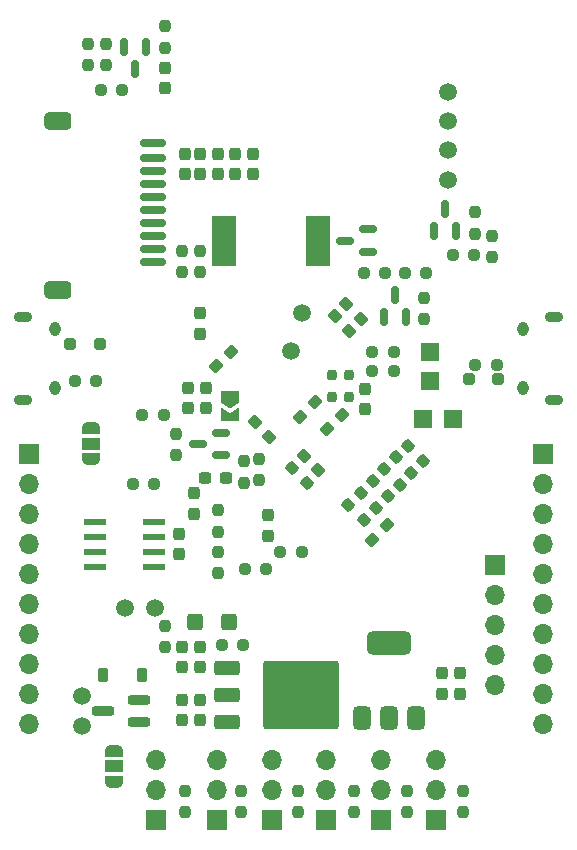
<source format=gbr>
%TF.GenerationSoftware,KiCad,Pcbnew,8.0.2*%
%TF.CreationDate,2024-08-20T16:45:35-03:00*%
%TF.ProjectId,dough,646f7567-682e-46b6-9963-61645f706362,rev?*%
%TF.SameCoordinates,Original*%
%TF.FileFunction,Soldermask,Bot*%
%TF.FilePolarity,Negative*%
%FSLAX46Y46*%
G04 Gerber Fmt 4.6, Leading zero omitted, Abs format (unit mm)*
G04 Created by KiCad (PCBNEW 8.0.2) date 2024-08-20 16:45:35*
%MOMM*%
%LPD*%
G01*
G04 APERTURE LIST*
G04 Aperture macros list*
%AMRoundRect*
0 Rectangle with rounded corners*
0 $1 Rounding radius*
0 $2 $3 $4 $5 $6 $7 $8 $9 X,Y pos of 4 corners*
0 Add a 4 corners polygon primitive as box body*
4,1,4,$2,$3,$4,$5,$6,$7,$8,$9,$2,$3,0*
0 Add four circle primitives for the rounded corners*
1,1,$1+$1,$2,$3*
1,1,$1+$1,$4,$5*
1,1,$1+$1,$6,$7*
1,1,$1+$1,$8,$9*
0 Add four rect primitives between the rounded corners*
20,1,$1+$1,$2,$3,$4,$5,0*
20,1,$1+$1,$4,$5,$6,$7,0*
20,1,$1+$1,$6,$7,$8,$9,0*
20,1,$1+$1,$8,$9,$2,$3,0*%
%AMFreePoly0*
4,1,19,0.550000,-0.750000,0.000000,-0.750000,0.000000,-0.744911,-0.071157,-0.744911,-0.207708,-0.704816,-0.327430,-0.627875,-0.420627,-0.520320,-0.479746,-0.390866,-0.500000,-0.250000,-0.500000,0.250000,-0.479746,0.390866,-0.420627,0.520320,-0.327430,0.627875,-0.207708,0.704816,-0.071157,0.744911,0.000000,0.744911,0.000000,0.750000,0.550000,0.750000,0.550000,-0.750000,0.550000,-0.750000,
$1*%
%AMFreePoly1*
4,1,19,0.000000,0.744911,0.071157,0.744911,0.207708,0.704816,0.327430,0.627875,0.420627,0.520320,0.479746,0.390866,0.500000,0.250000,0.500000,-0.250000,0.479746,-0.390866,0.420627,-0.520320,0.327430,-0.627875,0.207708,-0.704816,0.071157,-0.744911,0.000000,-0.744911,0.000000,-0.750000,-0.550000,-0.750000,-0.550000,0.750000,0.000000,0.750000,0.000000,0.744911,0.000000,0.744911,
$1*%
%AMFreePoly2*
4,1,6,1.000000,0.000000,0.500000,-0.750000,-0.500000,-0.750000,-0.500000,0.750000,0.500000,0.750000,1.000000,0.000000,1.000000,0.000000,$1*%
%AMFreePoly3*
4,1,6,0.500000,-0.750000,-0.650000,-0.750000,-0.150000,0.000000,-0.650000,0.750000,0.500000,0.750000,0.500000,-0.750000,0.500000,-0.750000,$1*%
G04 Aperture macros list end*
%ADD10R,1.981200X0.558800*%
%ADD11C,1.500000*%
%ADD12R,1.700000X1.700000*%
%ADD13O,1.700000X1.700000*%
%ADD14C,1.498600*%
%ADD15O,1.550000X0.890000*%
%ADD16O,0.950000X1.250000*%
%ADD17RoundRect,0.237500X0.237500X-0.300000X0.237500X0.300000X-0.237500X0.300000X-0.237500X-0.300000X0*%
%ADD18RoundRect,0.237500X-0.237500X0.300000X-0.237500X-0.300000X0.237500X-0.300000X0.237500X0.300000X0*%
%ADD19RoundRect,0.237500X-0.237500X0.250000X-0.237500X-0.250000X0.237500X-0.250000X0.237500X0.250000X0*%
%ADD20RoundRect,0.250000X0.400000X0.450000X-0.400000X0.450000X-0.400000X-0.450000X0.400000X-0.450000X0*%
%ADD21RoundRect,0.237500X-0.250000X-0.237500X0.250000X-0.237500X0.250000X0.237500X-0.250000X0.237500X0*%
%ADD22FreePoly0,90.000000*%
%ADD23R,1.500000X1.000000*%
%ADD24FreePoly1,90.000000*%
%ADD25RoundRect,0.200000X0.750000X0.200000X-0.750000X0.200000X-0.750000X-0.200000X0.750000X-0.200000X0*%
%ADD26R,1.500000X1.500000*%
%ADD27RoundRect,0.237500X0.250000X0.237500X-0.250000X0.237500X-0.250000X-0.237500X0.250000X-0.237500X0*%
%ADD28RoundRect,0.150000X0.587500X0.150000X-0.587500X0.150000X-0.587500X-0.150000X0.587500X-0.150000X0*%
%ADD29RoundRect,0.237500X0.237500X-0.250000X0.237500X0.250000X-0.237500X0.250000X-0.237500X-0.250000X0*%
%ADD30R,2.000000X4.200000*%
%ADD31RoundRect,0.200000X-0.200000X-0.250000X0.200000X-0.250000X0.200000X0.250000X-0.200000X0.250000X0*%
%ADD32RoundRect,0.250000X0.250000X0.250000X-0.250000X0.250000X-0.250000X-0.250000X0.250000X-0.250000X0*%
%ADD33RoundRect,0.250000X-0.850000X-0.350000X0.850000X-0.350000X0.850000X0.350000X-0.850000X0.350000X0*%
%ADD34RoundRect,0.249997X-2.950003X-2.650003X2.950003X-2.650003X2.950003X2.650003X-2.950003X2.650003X0*%
%ADD35RoundRect,0.150000X0.150000X-0.587500X0.150000X0.587500X-0.150000X0.587500X-0.150000X-0.587500X0*%
%ADD36RoundRect,0.237500X-0.380070X0.044194X0.044194X-0.380070X0.380070X-0.044194X-0.044194X0.380070X0*%
%ADD37RoundRect,0.237500X-0.044194X-0.380070X0.380070X0.044194X0.044194X0.380070X-0.380070X-0.044194X0*%
%ADD38RoundRect,0.237500X0.044194X0.380070X-0.380070X-0.044194X-0.044194X-0.380070X0.380070X0.044194X0*%
%ADD39FreePoly0,270.000000*%
%ADD40FreePoly1,270.000000*%
%ADD41RoundRect,0.225000X-0.225000X-0.375000X0.225000X-0.375000X0.225000X0.375000X-0.225000X0.375000X0*%
%ADD42RoundRect,0.150000X0.950000X0.150000X-0.950000X0.150000X-0.950000X-0.150000X0.950000X-0.150000X0*%
%ADD43RoundRect,0.381000X0.762000X0.381000X-0.762000X0.381000X-0.762000X-0.381000X0.762000X-0.381000X0*%
%ADD44RoundRect,0.237500X-0.344715X0.008839X0.008839X-0.344715X0.344715X-0.008839X-0.008839X0.344715X0*%
%ADD45RoundRect,0.250000X-0.250000X-0.250000X0.250000X-0.250000X0.250000X0.250000X-0.250000X0.250000X0*%
%ADD46RoundRect,0.237500X0.380070X-0.044194X-0.044194X0.380070X-0.380070X0.044194X0.044194X-0.380070X0*%
%ADD47RoundRect,0.237500X0.300000X0.237500X-0.300000X0.237500X-0.300000X-0.237500X0.300000X-0.237500X0*%
%ADD48RoundRect,0.150000X-0.150000X0.587500X-0.150000X-0.587500X0.150000X-0.587500X0.150000X0.587500X0*%
%ADD49RoundRect,0.237500X0.344715X-0.008839X-0.008839X0.344715X-0.344715X0.008839X0.008839X-0.344715X0*%
%ADD50RoundRect,0.375000X0.375000X-0.625000X0.375000X0.625000X-0.375000X0.625000X-0.375000X-0.625000X0*%
%ADD51RoundRect,0.500000X1.400000X-0.500000X1.400000X0.500000X-1.400000X0.500000X-1.400000X-0.500000X0*%
%ADD52FreePoly2,270.000000*%
%ADD53FreePoly3,270.000000*%
G04 APERTURE END LIST*
D10*
%TO.C,U12*%
X111363800Y-79695000D03*
X111363800Y-80965000D03*
X111363800Y-82235000D03*
X111363800Y-83505000D03*
X106436200Y-83505000D03*
X106436200Y-82235000D03*
X106436200Y-80965000D03*
X106436200Y-79695000D03*
%TD*%
D11*
%TO.C,J1*%
X111470000Y-86970200D03*
X108930000Y-86970200D03*
%TD*%
%TO.C,J13*%
X105329801Y-96965100D03*
X105329801Y-94425100D03*
%TD*%
D12*
%TO.C,J7*%
X126000000Y-104925000D03*
D13*
X126000000Y-102385000D03*
X126000000Y-99845000D03*
%TD*%
D12*
%TO.C,J6*%
X130650000Y-104925000D03*
D13*
X130650000Y-102385000D03*
X130650000Y-99845000D03*
%TD*%
D12*
%TO.C,J12*%
X100800000Y-73975000D03*
D13*
X100800000Y-76515000D03*
X100800000Y-79055000D03*
X100800000Y-81595000D03*
X100800000Y-84135000D03*
X100800000Y-86675000D03*
X100800000Y-89215000D03*
X100800000Y-91755000D03*
X100800000Y-94295000D03*
X100800000Y-96835000D03*
%TD*%
D12*
%TO.C,J4*%
X111600000Y-104925000D03*
D13*
X111600000Y-102385000D03*
X111600000Y-99845000D03*
%TD*%
D12*
%TO.C,J9*%
X116700000Y-104925000D03*
D13*
X116700000Y-102385000D03*
X116700000Y-99845000D03*
%TD*%
D14*
%TO.C,U11*%
X136308000Y-43271100D03*
X136308000Y-45760300D03*
X136308000Y-48249500D03*
X136308000Y-50738700D03*
%TD*%
D12*
%TO.C,J8*%
X121350000Y-104925000D03*
D13*
X121350000Y-102385000D03*
X121350000Y-99845000D03*
%TD*%
D12*
%TO.C,J5*%
X135300000Y-104925000D03*
D13*
X135300000Y-102385000D03*
X135300000Y-99845000D03*
%TD*%
D15*
%TO.C,J10*%
X145300000Y-69400000D03*
D16*
X142600000Y-68400000D03*
X142600000Y-63400000D03*
D15*
X145300000Y-62400000D03*
%TD*%
D12*
%TO.C,J2*%
X140300000Y-83325000D03*
D13*
X140300000Y-85865000D03*
X140300000Y-88405000D03*
X140300000Y-90945000D03*
X140300000Y-93485000D03*
%TD*%
D12*
%TO.C,J11*%
X144300000Y-73975000D03*
D13*
X144300000Y-76515000D03*
X144300000Y-79055000D03*
X144300000Y-81595000D03*
X144300000Y-84135000D03*
X144300000Y-86675000D03*
X144300000Y-89215000D03*
X144300000Y-91755000D03*
X144300000Y-94295000D03*
X144300000Y-96835000D03*
%TD*%
D15*
%TO.C,J3*%
X100300000Y-62400000D03*
D16*
X103000000Y-63400000D03*
X103000000Y-68400000D03*
D15*
X100300000Y-69400000D03*
%TD*%
D17*
%TO.C,C5*%
X121079200Y-80864200D03*
X121079200Y-79139200D03*
%TD*%
D18*
%TO.C,C14*%
X115800000Y-68337500D03*
X115800000Y-70062500D03*
%TD*%
D19*
%TO.C,R12*%
X134300000Y-60737500D03*
X134300000Y-62562500D03*
%TD*%
D20*
%TO.C,D3*%
X117750000Y-88150000D03*
X114850000Y-88150000D03*
%TD*%
D18*
%TO.C,C20*%
X137300000Y-92537500D03*
X137300000Y-94262500D03*
%TD*%
D21*
%TO.C,R13*%
X132637500Y-58650000D03*
X134462500Y-58650000D03*
%TD*%
D19*
%TO.C,R41*%
X115300000Y-56737500D03*
X115300000Y-58562500D03*
%TD*%
D22*
%TO.C,JP2*%
X108050000Y-101700000D03*
D23*
X108050000Y-100400000D03*
D24*
X108050000Y-99100000D03*
%TD*%
D25*
%TO.C,Q3*%
X110100000Y-94750000D03*
X110100000Y-96650000D03*
X107100000Y-95700000D03*
%TD*%
D26*
%TO.C,TP4*%
X134800000Y-65300000D03*
%TD*%
D19*
%TO.C,R6*%
X132800000Y-102487500D03*
X132800000Y-104312500D03*
%TD*%
D27*
%TO.C,R44*%
X109587500Y-76500000D03*
X111412500Y-76500000D03*
%TD*%
D28*
%TO.C,Q2*%
X129487500Y-54950000D03*
X129487500Y-56850000D03*
X127612500Y-55900000D03*
%TD*%
D29*
%TO.C,R37*%
X112300000Y-90312500D03*
X112300000Y-88487500D03*
%TD*%
D26*
%TO.C,TP6*%
X136700000Y-71000000D03*
%TD*%
D27*
%TO.C,R27*%
X131694500Y-66896400D03*
X129869500Y-66896400D03*
%TD*%
D28*
%TO.C,U5*%
X117037500Y-72150000D03*
X117037500Y-74050000D03*
X115162500Y-73100000D03*
%TD*%
D19*
%TO.C,R4*%
X137550000Y-102487500D03*
X137550000Y-104312500D03*
%TD*%
D29*
%TO.C,R38*%
X140050000Y-57312500D03*
X140050000Y-55487500D03*
%TD*%
D30*
%TO.C,BZ1*%
X125300000Y-55900000D03*
X117300000Y-55900000D03*
%TD*%
D29*
%TO.C,R23*%
X105800000Y-41062500D03*
X105800000Y-39237500D03*
%TD*%
D18*
%TO.C,C3*%
X113800000Y-94787500D03*
X113800000Y-96512500D03*
%TD*%
D31*
%TO.C,X1*%
X126475000Y-69125000D03*
X126475000Y-67275000D03*
X127925000Y-67275000D03*
X127925000Y-69125000D03*
%TD*%
D11*
%TO.C,TP2*%
X123000000Y-65200000D03*
%TD*%
D19*
%TO.C,R22*%
X114050000Y-102487500D03*
X114050000Y-104312500D03*
%TD*%
%TO.C,R39*%
X138550000Y-53487500D03*
X138550000Y-55312500D03*
%TD*%
D32*
%TO.C,D6*%
X106800000Y-64650000D03*
X104300000Y-64650000D03*
%TD*%
D33*
%TO.C,U3*%
X117550000Y-96680000D03*
X117550000Y-94400000D03*
D34*
X123850000Y-94400000D03*
D33*
X117550000Y-92120000D03*
%TD*%
D27*
%TO.C,R11*%
X120912500Y-83700000D03*
X119087500Y-83700000D03*
%TD*%
D29*
%TO.C,R35*%
X107300000Y-41062500D03*
X107300000Y-39237500D03*
%TD*%
D35*
%TO.C,Q4*%
X137000000Y-55087500D03*
X135100000Y-55087500D03*
X136050000Y-53212500D03*
%TD*%
D17*
%TO.C,C27*%
X118290000Y-50250000D03*
X118290000Y-48525000D03*
%TD*%
D36*
%TO.C,C24*%
X126690120Y-62290120D03*
X127909880Y-63509880D03*
%TD*%
D37*
%TO.C,C6*%
X123790120Y-70809880D03*
X125009880Y-69590120D03*
%TD*%
D38*
%TO.C,C30*%
X117909880Y-65290121D03*
X116690120Y-66509879D03*
%TD*%
D18*
%TO.C,C16*%
X115300000Y-62037500D03*
X115300000Y-63762500D03*
%TD*%
D39*
%TO.C,JP3*%
X106100000Y-71800000D03*
D23*
X106100000Y-73100000D03*
D40*
X106100000Y-74400000D03*
%TD*%
D19*
%TO.C,R7*%
X128300000Y-102487500D03*
X128300000Y-104312500D03*
%TD*%
D29*
%TO.C,R20*%
X120317200Y-76190900D03*
X120317200Y-74365900D03*
%TD*%
D19*
%TO.C,R9*%
X118800000Y-102487500D03*
X118800000Y-104312500D03*
%TD*%
D29*
%TO.C,R5*%
X113300000Y-74062500D03*
X113300000Y-72237500D03*
%TD*%
D18*
%TO.C,C404*%
X115300000Y-48537500D03*
X115300000Y-50262500D03*
%TD*%
D17*
%TO.C,C13*%
X114800000Y-79012500D03*
X114800000Y-77287500D03*
%TD*%
D41*
%TO.C,D2*%
X107050000Y-92650000D03*
X110350000Y-92650000D03*
%TD*%
D17*
%TO.C,C2*%
X113800000Y-92012500D03*
X113800000Y-90287500D03*
%TD*%
D21*
%TO.C,R36*%
X129137500Y-58650000D03*
X130962500Y-58650000D03*
%TD*%
D18*
%TO.C,C28*%
X119800000Y-48537500D03*
X119800000Y-50262500D03*
%TD*%
D42*
%TO.C,J401*%
X111300000Y-57700000D03*
X111300000Y-56600000D03*
X111300000Y-55500000D03*
X111300000Y-54400000D03*
X111300000Y-53300000D03*
X111300000Y-52200000D03*
X111300000Y-51100000D03*
X111300000Y-50000000D03*
X111300000Y-48900000D03*
X111300000Y-47650000D03*
D43*
X103300000Y-45730000D03*
X103300000Y-60070000D03*
%TD*%
D27*
%TO.C,R35*%
X108712500Y-43100000D03*
X106887500Y-43100000D03*
%TD*%
%TO.C,R26*%
X131694500Y-65300000D03*
X129869500Y-65300000D03*
%TD*%
D21*
%TO.C,R19*%
X122087500Y-82300000D03*
X123912500Y-82300000D03*
%TD*%
D44*
%TO.C,R24*%
X131904765Y-74254765D03*
X133195235Y-75545235D03*
%TD*%
%TO.C,R34*%
X128904765Y-77254765D03*
X130195235Y-78545235D03*
%TD*%
D45*
%TO.C,D4*%
X138050000Y-67650000D03*
X140550000Y-67650000D03*
%TD*%
D18*
%TO.C,C19*%
X129300000Y-68437499D03*
X129300000Y-70162501D03*
%TD*%
D44*
%TO.C,R10*%
X123054765Y-75154765D03*
X124345235Y-76445235D03*
%TD*%
D46*
%TO.C,C31*%
X125309880Y-75309880D03*
X124090120Y-74090120D03*
%TD*%
D47*
%TO.C,C8*%
X117462500Y-76000000D03*
X115737500Y-76000000D03*
%TD*%
D18*
%TO.C,C4*%
X115300000Y-94787500D03*
X115300000Y-96512500D03*
%TD*%
D29*
%TO.C,R21*%
X118989600Y-76412500D03*
X118989600Y-74587500D03*
%TD*%
D21*
%TO.C,R43*%
X138587500Y-66400000D03*
X140412500Y-66400000D03*
%TD*%
D29*
%TO.C,R1*%
X116800000Y-84062500D03*
X116800000Y-82237500D03*
%TD*%
D48*
%TO.C,Q1*%
X108850000Y-39462500D03*
X110750000Y-39462500D03*
X109800000Y-41337500D03*
%TD*%
D21*
%TO.C,R42*%
X104687500Y-67800000D03*
X106512500Y-67800000D03*
%TD*%
D49*
%TO.C,R17*%
X134195235Y-74545235D03*
X132904765Y-73254765D03*
%TD*%
D26*
%TO.C,TP3*%
X134800000Y-67800000D03*
%TD*%
D19*
%TO.C,R40*%
X113800000Y-56737500D03*
X113800000Y-58562500D03*
%TD*%
D44*
%TO.C,R33*%
X129904765Y-76254765D03*
X131195235Y-77545235D03*
%TD*%
D18*
%TO.C,C23*%
X112300000Y-41287500D03*
X112300000Y-43012500D03*
%TD*%
D46*
%TO.C,C32*%
X121159880Y-72509880D03*
X119940120Y-71290120D03*
%TD*%
D18*
%TO.C,C403*%
X114000000Y-48537500D03*
X114000000Y-50262500D03*
%TD*%
D17*
%TO.C,C15*%
X113500000Y-82462500D03*
X113500000Y-80737500D03*
%TD*%
D19*
%TO.C,R401*%
X112300000Y-37737500D03*
X112300000Y-39562500D03*
%TD*%
D27*
%TO.C,R3*%
X118962500Y-90150000D03*
X117137500Y-90150000D03*
%TD*%
D11*
%TO.C,TP1*%
X123900000Y-62000000D03*
%TD*%
D37*
%TO.C,C33*%
X126057320Y-71875080D03*
X127277080Y-70655320D03*
%TD*%
D18*
%TO.C,C10*%
X114300000Y-68362500D03*
X114300000Y-70087500D03*
%TD*%
D36*
%TO.C,C9*%
X127690120Y-61290120D03*
X128909880Y-62509880D03*
%TD*%
D50*
%TO.C,U4*%
X133600000Y-96300000D03*
X131300000Y-96300000D03*
D51*
X131300000Y-90000000D03*
D50*
X129000000Y-96300000D03*
%TD*%
D17*
%TO.C,C22*%
X135800000Y-94262500D03*
X135800000Y-92537500D03*
%TD*%
D37*
%TO.C,C12*%
X129890120Y-81209880D03*
X131109880Y-79990120D03*
%TD*%
D21*
%TO.C,R39*%
X136687500Y-57100000D03*
X138512500Y-57100000D03*
%TD*%
D35*
%TO.C,Q5*%
X132750000Y-62337500D03*
X130850000Y-62337500D03*
X131800000Y-60462500D03*
%TD*%
D19*
%TO.C,R8*%
X123550000Y-102487500D03*
X123550000Y-104312500D03*
%TD*%
D52*
%TO.C,JP1*%
X117800000Y-69175000D03*
D53*
X117800000Y-70625000D03*
%TD*%
D21*
%TO.C,R18*%
X110387500Y-70650000D03*
X112212500Y-70650000D03*
%TD*%
D26*
%TO.C,TP5*%
X134200000Y-71000000D03*
%TD*%
D29*
%TO.C,R2*%
X116800000Y-80562500D03*
X116800000Y-78737500D03*
%TD*%
D49*
%TO.C,R45*%
X129145235Y-79545235D03*
X127854765Y-78254765D03*
%TD*%
D44*
%TO.C,R25*%
X130904765Y-75254765D03*
X132195235Y-76545235D03*
%TD*%
D17*
%TO.C,C1*%
X115300000Y-92012500D03*
X115300000Y-90287500D03*
%TD*%
D18*
%TO.C,C26*%
X116800000Y-48537500D03*
X116800000Y-50262500D03*
%TD*%
M02*

</source>
